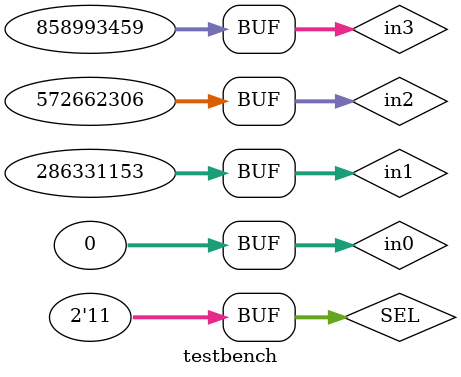
<source format=v>
module testbench;
    reg [0:31] in0;
    reg [0:31] in1;
    reg [0:31] in2;
    reg [0:31] in3;

    reg [0:1] SEL;
    wire [0:31] Z;

    mux4to1_32bit MUX4TO1_32BIT (
        .in0(in0),
        .in1(in1),
        .in2(in2),
        .in3(in3),
        .sel(SEL),
        .Z(Z)
    );
    
    initial begin
        $monitor("in0=%h in1=%h in2=%h in3=%h sel=%h Z=%h",in0,in1,in2,in3,SEL,Z);

        #0 in0 = 32'h00000000; in1 = 32'h11111111; in2 = 32'h22222222; in3 = 32'h33333333; SEL=2'h0;
        #1 in0 = 32'h00000000; in1 = 32'h11111111; in2 = 32'h22222222; in3 = 32'h33333333; SEL=2'h1;
        #1 in0 = 32'h00000000; in1 = 32'h11111111; in2 = 32'h22222222; in3 = 32'h33333333; SEL=2'h2;
        #1 in0 = 32'h00000000; in1 = 32'h11111111; in2 = 32'h22222222; in3 = 32'h33333333; SEL=2'h3;

    end
endmodule // testbench
</source>
